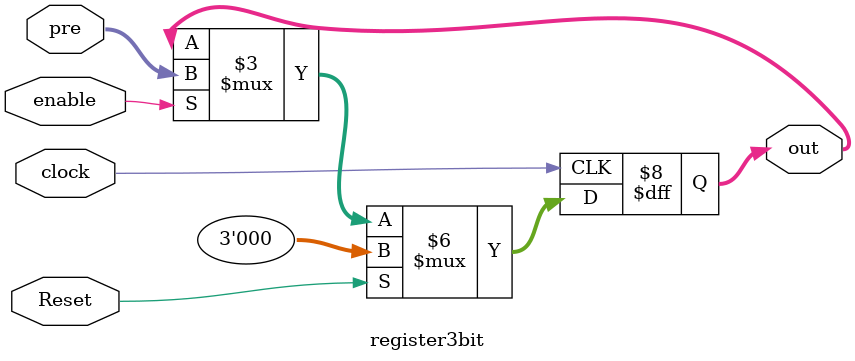
<source format=v>
module part2(iResetn,iPlotBox,iBlack,iColour,iLoadX,iXY_Coord,iClock,oX,oY,oColour,oPlot,oDone);
   parameter X_SCREEN_PIXELS = 8'd160;
   parameter Y_SCREEN_PIXELS = 7'd120;

   input wire iResetn, iPlotBox, iBlack, iLoadX;
   input wire [2:0] iColour;
   input wire [6:0] iXY_Coord;
   input wire 	    iClock;
   output wire [7:0] oX;         // VGA pixel iXY_Coordinates
   output wire [6:0] oY;

   output wire [2:0] oColour;     // VGA pixel colour (0-7)
   output reg 	   oPlot;       // Pixel Plot enable
   output wire       oDone;       // goes high when finished Ploting frame
	
   //
   // Your code goes here
   //
	
	wire [7:0] X;
	wire [6:0] Y;
	wire oLoadX, oLoadYC, oBlack;
	
			
	               
	ControlPath cp(iClock, 
						iResetn, 
						iPlotBox, 
						iBlack, 
						iLoadX, 
						oLoadX, 
						oLoadYC, 
						Plot, 
						clearset,
						clear,
						oDone);
	ControlPath cp(iClock, iResetn, iPlotBox, iBlack, iLoadX, oLoadX, oLoadYC, oPlot, oBlack);
	DataPath dp(iResetn, oPlot, oBlack, oLoadYC, oLoadX, iClock, iColour, iXY_Coord, oX, oY, oColour);

endmodule // part2




module ControlPath(iClock, iResetn, iPlotBox, iBlack, iLoadX, oLoadX, oLoadYC, oPlot, oBlack);
input iClock, iResetn, iPlotBox, iBlack, iLoadX; 
output reg oLoadX, oLoadYC, oPlot, oBlack;

reg [2:0] PS, NS;
parameter   Reset  = 3'd0,
				LoadX = 3'd1,
				WaitX = 3'd2,
				LoadYC = 3'd3,
				Plot  = 3'd5,
				Done  = 3'd6,
				Black = 3'd7;


	
					
	// State Table
	always@(*)
		begin: state_table
			case (PS)
				Reset: begin
				NS = Reset;
				end
				LoadX: NS = iLoadX ? LoadX : WaitX;
				WaitX: NS = iPlotBox?LoadYC:WaitX;
				LoadYC: NS = iPlotBox?LoadYC:Plot;
				Plot: NS = Plot;
				Done: NS = Done;
				
			endcase
		end // state_table
	
	always @(*)
		begin: enable_signals
      // By default make all our signals 0
      oLoadX = 1'b0;
      oLoadYC = 1'b0;
		oPlot = 1'b0;
		oBlack = 1'b0;
			
      case (PS)
			WaitX: begin
				oLoadX = 1'b1;
				end
			LoadYC: begin
				oLoadYC = 1'b1;
				end
			Plot: begin
				oPlot = 1'b1;
				end
			Black: begin
				oBlack = 1'b1;
				oPlot = 1'b1;
				end
			
		endcase
	end

	always @(posedge iClock)
		begin: state_FFs
			if(iResetn == 1'b1)
				PS <= LoadX; // Should set Reset state to state A
			else if (iBlack)
				PS <= Clear;
			else if (iLoadX)
				PS <= LoadX;
			else
				PS <= NS;
	end // state_FFS


endmodule 


module DataPath (

	input iReset, iPlot, iBlack, iLoadYC, iLoadX, clock,
	
	input [2:0] iColor,
	input [6:0] iXY_Coord, 
	
	output reg [7:0] regX, 
	output reg [6:0] regY,
	output reg [2:0] regC,
	
	output reg oDone);
	
	
	wire [2:0] C;
	wire [7:0] X; //xiXY_Coord
	wire [6:0] Y; //yiXY_Coord
	reg [5:0] xypixel;
	reg [7:0] xblkpix;
	reg [6:0] yblkpix;
	

		
	
				
		
	register8bit xiXY_Coord({0,iXY_Coord}, iLoadX, clock, iReset, X);
	register7bit yiXY_Coord(iXY_Coord, iLoadYC, clock, iReset, Y);
	register3bit color(iColor, iLoadYC, clock, iReset, C);
	
	
	
	
	always@(posedge clock)
		begin
			if (iPlot) 
			begin
				if (xypixel < 5'd1000)
					xypixel <= xypixel + 1;
				else 
					begin
					xypixel <= 0;
					end
			end
		end
	
	
	always@(posedge clock)
		begin
			if (iBlack) 
			begin
				if (xblkpix < 8'd160)
					xblkpix <= xblkpix + 1;
				else if (xblkpix == 8'd160 && yblkpix < 7'd120)
					begin
					yblkpix <= yblkpix + 1;
					xblkpix <= 0;
					end
				else 
					begin
					xblkpix <= 0;
					yblkpix <= 0;
					end
			end
		end
	
	
	always@(*)
		begin
			if (iPlot)
			case(iBlack)
				0: begin
					regX <= X + xypixel[1:0];
					regY <= Y + xypixel[3:2];
					regC <= C;
					end
				1: begin
					regX <= xblkpix;
					regY <= yblkpix;
					regC <= 3'b000;
					end
				endcase
		end
		

 
endmodule


module register8bit(pre, enable, clock, Reset, out); 

	input [7:0] pre;
	input enable, clock, Reset;
	output reg [7:0] out;

	always@(posedge clock)
	begin
		if (Reset) out <= 8'b00000000;
		else if (enable) out <= pre;
		else out <= out;
	end
endmodule

module register7bit(pre, enable, clock, Reset, out); 

	input [6:0] pre;
	input enable, clock, Reset;
	output reg [6:0] out;

	always@(posedge clock)
	begin
		if (Reset) out <= 7'b0000000;
		else if (enable) out <= pre;
		else out <= out;
	end
endmodule

module register3bit(pre, enable, clock, Reset, out); 

	input [2:0] pre;
	input enable, clock, Reset;
	output reg [2:0] out;

	always@(posedge clock)
	begin
		if (Reset) out <= 3'b000;
		else if (enable) out <= pre;
		else out <= out;
	end
endmodule

</source>
